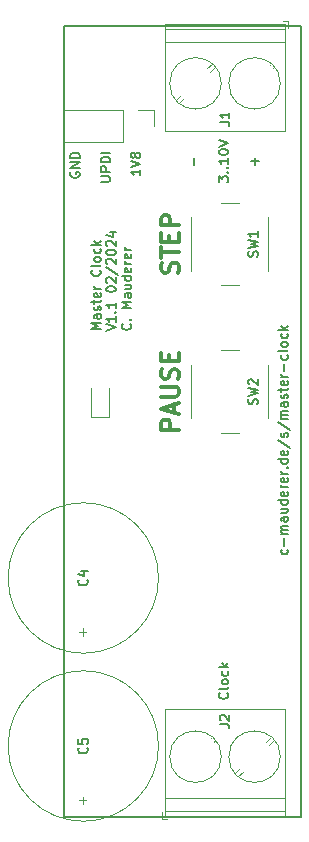
<source format=gbr>
%TF.GenerationSoftware,KiCad,Pcbnew,7.0.10*%
%TF.CreationDate,2024-02-17T17:59:33+01:00*%
%TF.ProjectId,Master_Clock,4d617374-6572-45f4-936c-6f636b2e6b69,1.1*%
%TF.SameCoordinates,Original*%
%TF.FileFunction,Legend,Top*%
%TF.FilePolarity,Positive*%
%FSLAX46Y46*%
G04 Gerber Fmt 4.6, Leading zero omitted, Abs format (unit mm)*
G04 Created by KiCad (PCBNEW 7.0.10) date 2024-02-17 17:59:33*
%MOMM*%
%LPD*%
G01*
G04 APERTURE LIST*
%ADD10C,0.100000*%
%ADD11C,0.150000*%
%ADD12C,0.300000*%
%ADD13C,0.120000*%
%TA.AperFunction,Profile*%
%ADD14C,0.150000*%
%TD*%
G04 APERTURE END LIST*
D10*
X145256265Y-123592133D02*
X145865789Y-123592133D01*
X145561027Y-123896895D02*
X145561027Y-123287371D01*
X145256265Y-109342133D02*
X145865789Y-109342133D01*
X145561027Y-109646895D02*
X145561027Y-109037371D01*
D11*
X162856200Y-102367982D02*
X162894295Y-102444173D01*
X162894295Y-102444173D02*
X162894295Y-102596554D01*
X162894295Y-102596554D02*
X162856200Y-102672744D01*
X162856200Y-102672744D02*
X162818104Y-102710839D01*
X162818104Y-102710839D02*
X162741914Y-102748935D01*
X162741914Y-102748935D02*
X162513342Y-102748935D01*
X162513342Y-102748935D02*
X162437152Y-102710839D01*
X162437152Y-102710839D02*
X162399057Y-102672744D01*
X162399057Y-102672744D02*
X162360961Y-102596554D01*
X162360961Y-102596554D02*
X162360961Y-102444173D01*
X162360961Y-102444173D02*
X162399057Y-102367982D01*
X162589533Y-102025125D02*
X162589533Y-101415602D01*
X162894295Y-101034649D02*
X162360961Y-101034649D01*
X162437152Y-101034649D02*
X162399057Y-100996554D01*
X162399057Y-100996554D02*
X162360961Y-100920364D01*
X162360961Y-100920364D02*
X162360961Y-100806078D01*
X162360961Y-100806078D02*
X162399057Y-100729887D01*
X162399057Y-100729887D02*
X162475247Y-100691792D01*
X162475247Y-100691792D02*
X162894295Y-100691792D01*
X162475247Y-100691792D02*
X162399057Y-100653697D01*
X162399057Y-100653697D02*
X162360961Y-100577506D01*
X162360961Y-100577506D02*
X162360961Y-100463221D01*
X162360961Y-100463221D02*
X162399057Y-100387030D01*
X162399057Y-100387030D02*
X162475247Y-100348935D01*
X162475247Y-100348935D02*
X162894295Y-100348935D01*
X162894295Y-99625125D02*
X162475247Y-99625125D01*
X162475247Y-99625125D02*
X162399057Y-99663220D01*
X162399057Y-99663220D02*
X162360961Y-99739411D01*
X162360961Y-99739411D02*
X162360961Y-99891792D01*
X162360961Y-99891792D02*
X162399057Y-99967982D01*
X162856200Y-99625125D02*
X162894295Y-99701316D01*
X162894295Y-99701316D02*
X162894295Y-99891792D01*
X162894295Y-99891792D02*
X162856200Y-99967982D01*
X162856200Y-99967982D02*
X162780009Y-100006078D01*
X162780009Y-100006078D02*
X162703819Y-100006078D01*
X162703819Y-100006078D02*
X162627628Y-99967982D01*
X162627628Y-99967982D02*
X162589533Y-99891792D01*
X162589533Y-99891792D02*
X162589533Y-99701316D01*
X162589533Y-99701316D02*
X162551438Y-99625125D01*
X162360961Y-98901315D02*
X162894295Y-98901315D01*
X162360961Y-99244172D02*
X162780009Y-99244172D01*
X162780009Y-99244172D02*
X162856200Y-99206077D01*
X162856200Y-99206077D02*
X162894295Y-99129887D01*
X162894295Y-99129887D02*
X162894295Y-99015601D01*
X162894295Y-99015601D02*
X162856200Y-98939410D01*
X162856200Y-98939410D02*
X162818104Y-98901315D01*
X162894295Y-98177505D02*
X162094295Y-98177505D01*
X162856200Y-98177505D02*
X162894295Y-98253696D01*
X162894295Y-98253696D02*
X162894295Y-98406077D01*
X162894295Y-98406077D02*
X162856200Y-98482267D01*
X162856200Y-98482267D02*
X162818104Y-98520362D01*
X162818104Y-98520362D02*
X162741914Y-98558458D01*
X162741914Y-98558458D02*
X162513342Y-98558458D01*
X162513342Y-98558458D02*
X162437152Y-98520362D01*
X162437152Y-98520362D02*
X162399057Y-98482267D01*
X162399057Y-98482267D02*
X162360961Y-98406077D01*
X162360961Y-98406077D02*
X162360961Y-98253696D01*
X162360961Y-98253696D02*
X162399057Y-98177505D01*
X162856200Y-97491790D02*
X162894295Y-97567981D01*
X162894295Y-97567981D02*
X162894295Y-97720362D01*
X162894295Y-97720362D02*
X162856200Y-97796552D01*
X162856200Y-97796552D02*
X162780009Y-97834648D01*
X162780009Y-97834648D02*
X162475247Y-97834648D01*
X162475247Y-97834648D02*
X162399057Y-97796552D01*
X162399057Y-97796552D02*
X162360961Y-97720362D01*
X162360961Y-97720362D02*
X162360961Y-97567981D01*
X162360961Y-97567981D02*
X162399057Y-97491790D01*
X162399057Y-97491790D02*
X162475247Y-97453695D01*
X162475247Y-97453695D02*
X162551438Y-97453695D01*
X162551438Y-97453695D02*
X162627628Y-97834648D01*
X162894295Y-97110838D02*
X162360961Y-97110838D01*
X162513342Y-97110838D02*
X162437152Y-97072743D01*
X162437152Y-97072743D02*
X162399057Y-97034648D01*
X162399057Y-97034648D02*
X162360961Y-96958457D01*
X162360961Y-96958457D02*
X162360961Y-96882267D01*
X162856200Y-96310838D02*
X162894295Y-96387029D01*
X162894295Y-96387029D02*
X162894295Y-96539410D01*
X162894295Y-96539410D02*
X162856200Y-96615600D01*
X162856200Y-96615600D02*
X162780009Y-96653696D01*
X162780009Y-96653696D02*
X162475247Y-96653696D01*
X162475247Y-96653696D02*
X162399057Y-96615600D01*
X162399057Y-96615600D02*
X162360961Y-96539410D01*
X162360961Y-96539410D02*
X162360961Y-96387029D01*
X162360961Y-96387029D02*
X162399057Y-96310838D01*
X162399057Y-96310838D02*
X162475247Y-96272743D01*
X162475247Y-96272743D02*
X162551438Y-96272743D01*
X162551438Y-96272743D02*
X162627628Y-96653696D01*
X162894295Y-95929886D02*
X162360961Y-95929886D01*
X162513342Y-95929886D02*
X162437152Y-95891791D01*
X162437152Y-95891791D02*
X162399057Y-95853696D01*
X162399057Y-95853696D02*
X162360961Y-95777505D01*
X162360961Y-95777505D02*
X162360961Y-95701315D01*
X162818104Y-95434648D02*
X162856200Y-95396553D01*
X162856200Y-95396553D02*
X162894295Y-95434648D01*
X162894295Y-95434648D02*
X162856200Y-95472744D01*
X162856200Y-95472744D02*
X162818104Y-95434648D01*
X162818104Y-95434648D02*
X162894295Y-95434648D01*
X162894295Y-94710839D02*
X162094295Y-94710839D01*
X162856200Y-94710839D02*
X162894295Y-94787030D01*
X162894295Y-94787030D02*
X162894295Y-94939411D01*
X162894295Y-94939411D02*
X162856200Y-95015601D01*
X162856200Y-95015601D02*
X162818104Y-95053696D01*
X162818104Y-95053696D02*
X162741914Y-95091792D01*
X162741914Y-95091792D02*
X162513342Y-95091792D01*
X162513342Y-95091792D02*
X162437152Y-95053696D01*
X162437152Y-95053696D02*
X162399057Y-95015601D01*
X162399057Y-95015601D02*
X162360961Y-94939411D01*
X162360961Y-94939411D02*
X162360961Y-94787030D01*
X162360961Y-94787030D02*
X162399057Y-94710839D01*
X162856200Y-94025124D02*
X162894295Y-94101315D01*
X162894295Y-94101315D02*
X162894295Y-94253696D01*
X162894295Y-94253696D02*
X162856200Y-94329886D01*
X162856200Y-94329886D02*
X162780009Y-94367982D01*
X162780009Y-94367982D02*
X162475247Y-94367982D01*
X162475247Y-94367982D02*
X162399057Y-94329886D01*
X162399057Y-94329886D02*
X162360961Y-94253696D01*
X162360961Y-94253696D02*
X162360961Y-94101315D01*
X162360961Y-94101315D02*
X162399057Y-94025124D01*
X162399057Y-94025124D02*
X162475247Y-93987029D01*
X162475247Y-93987029D02*
X162551438Y-93987029D01*
X162551438Y-93987029D02*
X162627628Y-94367982D01*
X162056200Y-93072744D02*
X163084771Y-93758458D01*
X162856200Y-92844173D02*
X162894295Y-92767982D01*
X162894295Y-92767982D02*
X162894295Y-92615601D01*
X162894295Y-92615601D02*
X162856200Y-92539411D01*
X162856200Y-92539411D02*
X162780009Y-92501315D01*
X162780009Y-92501315D02*
X162741914Y-92501315D01*
X162741914Y-92501315D02*
X162665723Y-92539411D01*
X162665723Y-92539411D02*
X162627628Y-92615601D01*
X162627628Y-92615601D02*
X162627628Y-92729887D01*
X162627628Y-92729887D02*
X162589533Y-92806077D01*
X162589533Y-92806077D02*
X162513342Y-92844173D01*
X162513342Y-92844173D02*
X162475247Y-92844173D01*
X162475247Y-92844173D02*
X162399057Y-92806077D01*
X162399057Y-92806077D02*
X162360961Y-92729887D01*
X162360961Y-92729887D02*
X162360961Y-92615601D01*
X162360961Y-92615601D02*
X162399057Y-92539411D01*
X162056200Y-91587030D02*
X163084771Y-92272744D01*
X162894295Y-91320363D02*
X162360961Y-91320363D01*
X162437152Y-91320363D02*
X162399057Y-91282268D01*
X162399057Y-91282268D02*
X162360961Y-91206078D01*
X162360961Y-91206078D02*
X162360961Y-91091792D01*
X162360961Y-91091792D02*
X162399057Y-91015601D01*
X162399057Y-91015601D02*
X162475247Y-90977506D01*
X162475247Y-90977506D02*
X162894295Y-90977506D01*
X162475247Y-90977506D02*
X162399057Y-90939411D01*
X162399057Y-90939411D02*
X162360961Y-90863220D01*
X162360961Y-90863220D02*
X162360961Y-90748935D01*
X162360961Y-90748935D02*
X162399057Y-90672744D01*
X162399057Y-90672744D02*
X162475247Y-90634649D01*
X162475247Y-90634649D02*
X162894295Y-90634649D01*
X162894295Y-89910839D02*
X162475247Y-89910839D01*
X162475247Y-89910839D02*
X162399057Y-89948934D01*
X162399057Y-89948934D02*
X162360961Y-90025125D01*
X162360961Y-90025125D02*
X162360961Y-90177506D01*
X162360961Y-90177506D02*
X162399057Y-90253696D01*
X162856200Y-89910839D02*
X162894295Y-89987030D01*
X162894295Y-89987030D02*
X162894295Y-90177506D01*
X162894295Y-90177506D02*
X162856200Y-90253696D01*
X162856200Y-90253696D02*
X162780009Y-90291792D01*
X162780009Y-90291792D02*
X162703819Y-90291792D01*
X162703819Y-90291792D02*
X162627628Y-90253696D01*
X162627628Y-90253696D02*
X162589533Y-90177506D01*
X162589533Y-90177506D02*
X162589533Y-89987030D01*
X162589533Y-89987030D02*
X162551438Y-89910839D01*
X162856200Y-89567982D02*
X162894295Y-89491791D01*
X162894295Y-89491791D02*
X162894295Y-89339410D01*
X162894295Y-89339410D02*
X162856200Y-89263220D01*
X162856200Y-89263220D02*
X162780009Y-89225124D01*
X162780009Y-89225124D02*
X162741914Y-89225124D01*
X162741914Y-89225124D02*
X162665723Y-89263220D01*
X162665723Y-89263220D02*
X162627628Y-89339410D01*
X162627628Y-89339410D02*
X162627628Y-89453696D01*
X162627628Y-89453696D02*
X162589533Y-89529886D01*
X162589533Y-89529886D02*
X162513342Y-89567982D01*
X162513342Y-89567982D02*
X162475247Y-89567982D01*
X162475247Y-89567982D02*
X162399057Y-89529886D01*
X162399057Y-89529886D02*
X162360961Y-89453696D01*
X162360961Y-89453696D02*
X162360961Y-89339410D01*
X162360961Y-89339410D02*
X162399057Y-89263220D01*
X162360961Y-88996553D02*
X162360961Y-88691791D01*
X162094295Y-88882267D02*
X162780009Y-88882267D01*
X162780009Y-88882267D02*
X162856200Y-88844172D01*
X162856200Y-88844172D02*
X162894295Y-88767982D01*
X162894295Y-88767982D02*
X162894295Y-88691791D01*
X162856200Y-88120362D02*
X162894295Y-88196553D01*
X162894295Y-88196553D02*
X162894295Y-88348934D01*
X162894295Y-88348934D02*
X162856200Y-88425124D01*
X162856200Y-88425124D02*
X162780009Y-88463220D01*
X162780009Y-88463220D02*
X162475247Y-88463220D01*
X162475247Y-88463220D02*
X162399057Y-88425124D01*
X162399057Y-88425124D02*
X162360961Y-88348934D01*
X162360961Y-88348934D02*
X162360961Y-88196553D01*
X162360961Y-88196553D02*
X162399057Y-88120362D01*
X162399057Y-88120362D02*
X162475247Y-88082267D01*
X162475247Y-88082267D02*
X162551438Y-88082267D01*
X162551438Y-88082267D02*
X162627628Y-88463220D01*
X162894295Y-87739410D02*
X162360961Y-87739410D01*
X162513342Y-87739410D02*
X162437152Y-87701315D01*
X162437152Y-87701315D02*
X162399057Y-87663220D01*
X162399057Y-87663220D02*
X162360961Y-87587029D01*
X162360961Y-87587029D02*
X162360961Y-87510839D01*
X162589533Y-87244172D02*
X162589533Y-86634649D01*
X162856200Y-85910839D02*
X162894295Y-85987030D01*
X162894295Y-85987030D02*
X162894295Y-86139411D01*
X162894295Y-86139411D02*
X162856200Y-86215601D01*
X162856200Y-86215601D02*
X162818104Y-86253696D01*
X162818104Y-86253696D02*
X162741914Y-86291792D01*
X162741914Y-86291792D02*
X162513342Y-86291792D01*
X162513342Y-86291792D02*
X162437152Y-86253696D01*
X162437152Y-86253696D02*
X162399057Y-86215601D01*
X162399057Y-86215601D02*
X162360961Y-86139411D01*
X162360961Y-86139411D02*
X162360961Y-85987030D01*
X162360961Y-85987030D02*
X162399057Y-85910839D01*
X162894295Y-85453697D02*
X162856200Y-85529887D01*
X162856200Y-85529887D02*
X162780009Y-85567982D01*
X162780009Y-85567982D02*
X162094295Y-85567982D01*
X162894295Y-85034649D02*
X162856200Y-85110839D01*
X162856200Y-85110839D02*
X162818104Y-85148934D01*
X162818104Y-85148934D02*
X162741914Y-85187030D01*
X162741914Y-85187030D02*
X162513342Y-85187030D01*
X162513342Y-85187030D02*
X162437152Y-85148934D01*
X162437152Y-85148934D02*
X162399057Y-85110839D01*
X162399057Y-85110839D02*
X162360961Y-85034649D01*
X162360961Y-85034649D02*
X162360961Y-84920363D01*
X162360961Y-84920363D02*
X162399057Y-84844172D01*
X162399057Y-84844172D02*
X162437152Y-84806077D01*
X162437152Y-84806077D02*
X162513342Y-84767982D01*
X162513342Y-84767982D02*
X162741914Y-84767982D01*
X162741914Y-84767982D02*
X162818104Y-84806077D01*
X162818104Y-84806077D02*
X162856200Y-84844172D01*
X162856200Y-84844172D02*
X162894295Y-84920363D01*
X162894295Y-84920363D02*
X162894295Y-85034649D01*
X162856200Y-84082267D02*
X162894295Y-84158458D01*
X162894295Y-84158458D02*
X162894295Y-84310839D01*
X162894295Y-84310839D02*
X162856200Y-84387029D01*
X162856200Y-84387029D02*
X162818104Y-84425124D01*
X162818104Y-84425124D02*
X162741914Y-84463220D01*
X162741914Y-84463220D02*
X162513342Y-84463220D01*
X162513342Y-84463220D02*
X162437152Y-84425124D01*
X162437152Y-84425124D02*
X162399057Y-84387029D01*
X162399057Y-84387029D02*
X162360961Y-84310839D01*
X162360961Y-84310839D02*
X162360961Y-84158458D01*
X162360961Y-84158458D02*
X162399057Y-84082267D01*
X162894295Y-83739410D02*
X162094295Y-83739410D01*
X162589533Y-83663220D02*
X162894295Y-83434648D01*
X162360961Y-83434648D02*
X162665723Y-83739410D01*
X157786104Y-114490475D02*
X157824200Y-114528571D01*
X157824200Y-114528571D02*
X157862295Y-114642856D01*
X157862295Y-114642856D02*
X157862295Y-114719047D01*
X157862295Y-114719047D02*
X157824200Y-114833333D01*
X157824200Y-114833333D02*
X157748009Y-114909523D01*
X157748009Y-114909523D02*
X157671819Y-114947618D01*
X157671819Y-114947618D02*
X157519438Y-114985714D01*
X157519438Y-114985714D02*
X157405152Y-114985714D01*
X157405152Y-114985714D02*
X157252771Y-114947618D01*
X157252771Y-114947618D02*
X157176580Y-114909523D01*
X157176580Y-114909523D02*
X157100390Y-114833333D01*
X157100390Y-114833333D02*
X157062295Y-114719047D01*
X157062295Y-114719047D02*
X157062295Y-114642856D01*
X157062295Y-114642856D02*
X157100390Y-114528571D01*
X157100390Y-114528571D02*
X157138485Y-114490475D01*
X157862295Y-114033333D02*
X157824200Y-114109523D01*
X157824200Y-114109523D02*
X157748009Y-114147618D01*
X157748009Y-114147618D02*
X157062295Y-114147618D01*
X157862295Y-113614285D02*
X157824200Y-113690475D01*
X157824200Y-113690475D02*
X157786104Y-113728570D01*
X157786104Y-113728570D02*
X157709914Y-113766666D01*
X157709914Y-113766666D02*
X157481342Y-113766666D01*
X157481342Y-113766666D02*
X157405152Y-113728570D01*
X157405152Y-113728570D02*
X157367057Y-113690475D01*
X157367057Y-113690475D02*
X157328961Y-113614285D01*
X157328961Y-113614285D02*
X157328961Y-113499999D01*
X157328961Y-113499999D02*
X157367057Y-113423808D01*
X157367057Y-113423808D02*
X157405152Y-113385713D01*
X157405152Y-113385713D02*
X157481342Y-113347618D01*
X157481342Y-113347618D02*
X157709914Y-113347618D01*
X157709914Y-113347618D02*
X157786104Y-113385713D01*
X157786104Y-113385713D02*
X157824200Y-113423808D01*
X157824200Y-113423808D02*
X157862295Y-113499999D01*
X157862295Y-113499999D02*
X157862295Y-113614285D01*
X157824200Y-112661903D02*
X157862295Y-112738094D01*
X157862295Y-112738094D02*
X157862295Y-112890475D01*
X157862295Y-112890475D02*
X157824200Y-112966665D01*
X157824200Y-112966665D02*
X157786104Y-113004760D01*
X157786104Y-113004760D02*
X157709914Y-113042856D01*
X157709914Y-113042856D02*
X157481342Y-113042856D01*
X157481342Y-113042856D02*
X157405152Y-113004760D01*
X157405152Y-113004760D02*
X157367057Y-112966665D01*
X157367057Y-112966665D02*
X157328961Y-112890475D01*
X157328961Y-112890475D02*
X157328961Y-112738094D01*
X157328961Y-112738094D02*
X157367057Y-112661903D01*
X157862295Y-112319046D02*
X157062295Y-112319046D01*
X157557533Y-112242856D02*
X157862295Y-112014284D01*
X157328961Y-112014284D02*
X157633723Y-112319046D01*
D12*
X153678328Y-92214285D02*
X152178328Y-92214285D01*
X152178328Y-92214285D02*
X152178328Y-91642856D01*
X152178328Y-91642856D02*
X152249757Y-91499999D01*
X152249757Y-91499999D02*
X152321185Y-91428570D01*
X152321185Y-91428570D02*
X152464042Y-91357142D01*
X152464042Y-91357142D02*
X152678328Y-91357142D01*
X152678328Y-91357142D02*
X152821185Y-91428570D01*
X152821185Y-91428570D02*
X152892614Y-91499999D01*
X152892614Y-91499999D02*
X152964042Y-91642856D01*
X152964042Y-91642856D02*
X152964042Y-92214285D01*
X153249757Y-90785713D02*
X153249757Y-90071428D01*
X153678328Y-90928570D02*
X152178328Y-90428570D01*
X152178328Y-90428570D02*
X153678328Y-89928570D01*
X152178328Y-89428571D02*
X153392614Y-89428571D01*
X153392614Y-89428571D02*
X153535471Y-89357142D01*
X153535471Y-89357142D02*
X153606900Y-89285714D01*
X153606900Y-89285714D02*
X153678328Y-89142856D01*
X153678328Y-89142856D02*
X153678328Y-88857142D01*
X153678328Y-88857142D02*
X153606900Y-88714285D01*
X153606900Y-88714285D02*
X153535471Y-88642856D01*
X153535471Y-88642856D02*
X153392614Y-88571428D01*
X153392614Y-88571428D02*
X152178328Y-88571428D01*
X153606900Y-87928570D02*
X153678328Y-87714285D01*
X153678328Y-87714285D02*
X153678328Y-87357142D01*
X153678328Y-87357142D02*
X153606900Y-87214285D01*
X153606900Y-87214285D02*
X153535471Y-87142856D01*
X153535471Y-87142856D02*
X153392614Y-87071427D01*
X153392614Y-87071427D02*
X153249757Y-87071427D01*
X153249757Y-87071427D02*
X153106900Y-87142856D01*
X153106900Y-87142856D02*
X153035471Y-87214285D01*
X153035471Y-87214285D02*
X152964042Y-87357142D01*
X152964042Y-87357142D02*
X152892614Y-87642856D01*
X152892614Y-87642856D02*
X152821185Y-87785713D01*
X152821185Y-87785713D02*
X152749757Y-87857142D01*
X152749757Y-87857142D02*
X152606900Y-87928570D01*
X152606900Y-87928570D02*
X152464042Y-87928570D01*
X152464042Y-87928570D02*
X152321185Y-87857142D01*
X152321185Y-87857142D02*
X152249757Y-87785713D01*
X152249757Y-87785713D02*
X152178328Y-87642856D01*
X152178328Y-87642856D02*
X152178328Y-87285713D01*
X152178328Y-87285713D02*
X152249757Y-87071427D01*
X152892614Y-86428571D02*
X152892614Y-85928571D01*
X153678328Y-85714285D02*
X153678328Y-86428571D01*
X153678328Y-86428571D02*
X152178328Y-86428571D01*
X152178328Y-86428571D02*
X152178328Y-85714285D01*
D11*
X147074295Y-83710839D02*
X146274295Y-83710839D01*
X146274295Y-83710839D02*
X146845723Y-83444173D01*
X146845723Y-83444173D02*
X146274295Y-83177506D01*
X146274295Y-83177506D02*
X147074295Y-83177506D01*
X147074295Y-82453696D02*
X146655247Y-82453696D01*
X146655247Y-82453696D02*
X146579057Y-82491791D01*
X146579057Y-82491791D02*
X146540961Y-82567982D01*
X146540961Y-82567982D02*
X146540961Y-82720363D01*
X146540961Y-82720363D02*
X146579057Y-82796553D01*
X147036200Y-82453696D02*
X147074295Y-82529887D01*
X147074295Y-82529887D02*
X147074295Y-82720363D01*
X147074295Y-82720363D02*
X147036200Y-82796553D01*
X147036200Y-82796553D02*
X146960009Y-82834649D01*
X146960009Y-82834649D02*
X146883819Y-82834649D01*
X146883819Y-82834649D02*
X146807628Y-82796553D01*
X146807628Y-82796553D02*
X146769533Y-82720363D01*
X146769533Y-82720363D02*
X146769533Y-82529887D01*
X146769533Y-82529887D02*
X146731438Y-82453696D01*
X147036200Y-82110839D02*
X147074295Y-82034648D01*
X147074295Y-82034648D02*
X147074295Y-81882267D01*
X147074295Y-81882267D02*
X147036200Y-81806077D01*
X147036200Y-81806077D02*
X146960009Y-81767981D01*
X146960009Y-81767981D02*
X146921914Y-81767981D01*
X146921914Y-81767981D02*
X146845723Y-81806077D01*
X146845723Y-81806077D02*
X146807628Y-81882267D01*
X146807628Y-81882267D02*
X146807628Y-81996553D01*
X146807628Y-81996553D02*
X146769533Y-82072743D01*
X146769533Y-82072743D02*
X146693342Y-82110839D01*
X146693342Y-82110839D02*
X146655247Y-82110839D01*
X146655247Y-82110839D02*
X146579057Y-82072743D01*
X146579057Y-82072743D02*
X146540961Y-81996553D01*
X146540961Y-81996553D02*
X146540961Y-81882267D01*
X146540961Y-81882267D02*
X146579057Y-81806077D01*
X146540961Y-81539410D02*
X146540961Y-81234648D01*
X146274295Y-81425124D02*
X146960009Y-81425124D01*
X146960009Y-81425124D02*
X147036200Y-81387029D01*
X147036200Y-81387029D02*
X147074295Y-81310839D01*
X147074295Y-81310839D02*
X147074295Y-81234648D01*
X147036200Y-80663219D02*
X147074295Y-80739410D01*
X147074295Y-80739410D02*
X147074295Y-80891791D01*
X147074295Y-80891791D02*
X147036200Y-80967981D01*
X147036200Y-80967981D02*
X146960009Y-81006077D01*
X146960009Y-81006077D02*
X146655247Y-81006077D01*
X146655247Y-81006077D02*
X146579057Y-80967981D01*
X146579057Y-80967981D02*
X146540961Y-80891791D01*
X146540961Y-80891791D02*
X146540961Y-80739410D01*
X146540961Y-80739410D02*
X146579057Y-80663219D01*
X146579057Y-80663219D02*
X146655247Y-80625124D01*
X146655247Y-80625124D02*
X146731438Y-80625124D01*
X146731438Y-80625124D02*
X146807628Y-81006077D01*
X147074295Y-80282267D02*
X146540961Y-80282267D01*
X146693342Y-80282267D02*
X146617152Y-80244172D01*
X146617152Y-80244172D02*
X146579057Y-80206077D01*
X146579057Y-80206077D02*
X146540961Y-80129886D01*
X146540961Y-80129886D02*
X146540961Y-80053696D01*
X146998104Y-78720362D02*
X147036200Y-78758458D01*
X147036200Y-78758458D02*
X147074295Y-78872743D01*
X147074295Y-78872743D02*
X147074295Y-78948934D01*
X147074295Y-78948934D02*
X147036200Y-79063220D01*
X147036200Y-79063220D02*
X146960009Y-79139410D01*
X146960009Y-79139410D02*
X146883819Y-79177505D01*
X146883819Y-79177505D02*
X146731438Y-79215601D01*
X146731438Y-79215601D02*
X146617152Y-79215601D01*
X146617152Y-79215601D02*
X146464771Y-79177505D01*
X146464771Y-79177505D02*
X146388580Y-79139410D01*
X146388580Y-79139410D02*
X146312390Y-79063220D01*
X146312390Y-79063220D02*
X146274295Y-78948934D01*
X146274295Y-78948934D02*
X146274295Y-78872743D01*
X146274295Y-78872743D02*
X146312390Y-78758458D01*
X146312390Y-78758458D02*
X146350485Y-78720362D01*
X147074295Y-78263220D02*
X147036200Y-78339410D01*
X147036200Y-78339410D02*
X146960009Y-78377505D01*
X146960009Y-78377505D02*
X146274295Y-78377505D01*
X147074295Y-77844172D02*
X147036200Y-77920362D01*
X147036200Y-77920362D02*
X146998104Y-77958457D01*
X146998104Y-77958457D02*
X146921914Y-77996553D01*
X146921914Y-77996553D02*
X146693342Y-77996553D01*
X146693342Y-77996553D02*
X146617152Y-77958457D01*
X146617152Y-77958457D02*
X146579057Y-77920362D01*
X146579057Y-77920362D02*
X146540961Y-77844172D01*
X146540961Y-77844172D02*
X146540961Y-77729886D01*
X146540961Y-77729886D02*
X146579057Y-77653695D01*
X146579057Y-77653695D02*
X146617152Y-77615600D01*
X146617152Y-77615600D02*
X146693342Y-77577505D01*
X146693342Y-77577505D02*
X146921914Y-77577505D01*
X146921914Y-77577505D02*
X146998104Y-77615600D01*
X146998104Y-77615600D02*
X147036200Y-77653695D01*
X147036200Y-77653695D02*
X147074295Y-77729886D01*
X147074295Y-77729886D02*
X147074295Y-77844172D01*
X147036200Y-76891790D02*
X147074295Y-76967981D01*
X147074295Y-76967981D02*
X147074295Y-77120362D01*
X147074295Y-77120362D02*
X147036200Y-77196552D01*
X147036200Y-77196552D02*
X146998104Y-77234647D01*
X146998104Y-77234647D02*
X146921914Y-77272743D01*
X146921914Y-77272743D02*
X146693342Y-77272743D01*
X146693342Y-77272743D02*
X146617152Y-77234647D01*
X146617152Y-77234647D02*
X146579057Y-77196552D01*
X146579057Y-77196552D02*
X146540961Y-77120362D01*
X146540961Y-77120362D02*
X146540961Y-76967981D01*
X146540961Y-76967981D02*
X146579057Y-76891790D01*
X147074295Y-76548933D02*
X146274295Y-76548933D01*
X146769533Y-76472743D02*
X147074295Y-76244171D01*
X146540961Y-76244171D02*
X146845723Y-76548933D01*
X147562295Y-83825125D02*
X148362295Y-83558458D01*
X148362295Y-83558458D02*
X147562295Y-83291792D01*
X148362295Y-82606078D02*
X148362295Y-83063221D01*
X148362295Y-82834649D02*
X147562295Y-82834649D01*
X147562295Y-82834649D02*
X147676580Y-82910840D01*
X147676580Y-82910840D02*
X147752771Y-82987030D01*
X147752771Y-82987030D02*
X147790866Y-83063221D01*
X148286104Y-82263220D02*
X148324200Y-82225125D01*
X148324200Y-82225125D02*
X148362295Y-82263220D01*
X148362295Y-82263220D02*
X148324200Y-82301316D01*
X148324200Y-82301316D02*
X148286104Y-82263220D01*
X148286104Y-82263220D02*
X148362295Y-82263220D01*
X148362295Y-81463221D02*
X148362295Y-81920364D01*
X148362295Y-81691792D02*
X147562295Y-81691792D01*
X147562295Y-81691792D02*
X147676580Y-81767983D01*
X147676580Y-81767983D02*
X147752771Y-81844173D01*
X147752771Y-81844173D02*
X147790866Y-81920364D01*
X147562295Y-80358458D02*
X147562295Y-80282268D01*
X147562295Y-80282268D02*
X147600390Y-80206077D01*
X147600390Y-80206077D02*
X147638485Y-80167982D01*
X147638485Y-80167982D02*
X147714676Y-80129887D01*
X147714676Y-80129887D02*
X147867057Y-80091792D01*
X147867057Y-80091792D02*
X148057533Y-80091792D01*
X148057533Y-80091792D02*
X148209914Y-80129887D01*
X148209914Y-80129887D02*
X148286104Y-80167982D01*
X148286104Y-80167982D02*
X148324200Y-80206077D01*
X148324200Y-80206077D02*
X148362295Y-80282268D01*
X148362295Y-80282268D02*
X148362295Y-80358458D01*
X148362295Y-80358458D02*
X148324200Y-80434649D01*
X148324200Y-80434649D02*
X148286104Y-80472744D01*
X148286104Y-80472744D02*
X148209914Y-80510839D01*
X148209914Y-80510839D02*
X148057533Y-80548935D01*
X148057533Y-80548935D02*
X147867057Y-80548935D01*
X147867057Y-80548935D02*
X147714676Y-80510839D01*
X147714676Y-80510839D02*
X147638485Y-80472744D01*
X147638485Y-80472744D02*
X147600390Y-80434649D01*
X147600390Y-80434649D02*
X147562295Y-80358458D01*
X147638485Y-79787030D02*
X147600390Y-79748934D01*
X147600390Y-79748934D02*
X147562295Y-79672744D01*
X147562295Y-79672744D02*
X147562295Y-79482268D01*
X147562295Y-79482268D02*
X147600390Y-79406077D01*
X147600390Y-79406077D02*
X147638485Y-79367982D01*
X147638485Y-79367982D02*
X147714676Y-79329887D01*
X147714676Y-79329887D02*
X147790866Y-79329887D01*
X147790866Y-79329887D02*
X147905152Y-79367982D01*
X147905152Y-79367982D02*
X148362295Y-79825125D01*
X148362295Y-79825125D02*
X148362295Y-79329887D01*
X147524200Y-78415601D02*
X148552771Y-79101315D01*
X147638485Y-78187030D02*
X147600390Y-78148934D01*
X147600390Y-78148934D02*
X147562295Y-78072744D01*
X147562295Y-78072744D02*
X147562295Y-77882268D01*
X147562295Y-77882268D02*
X147600390Y-77806077D01*
X147600390Y-77806077D02*
X147638485Y-77767982D01*
X147638485Y-77767982D02*
X147714676Y-77729887D01*
X147714676Y-77729887D02*
X147790866Y-77729887D01*
X147790866Y-77729887D02*
X147905152Y-77767982D01*
X147905152Y-77767982D02*
X148362295Y-78225125D01*
X148362295Y-78225125D02*
X148362295Y-77729887D01*
X147562295Y-77234648D02*
X147562295Y-77158458D01*
X147562295Y-77158458D02*
X147600390Y-77082267D01*
X147600390Y-77082267D02*
X147638485Y-77044172D01*
X147638485Y-77044172D02*
X147714676Y-77006077D01*
X147714676Y-77006077D02*
X147867057Y-76967982D01*
X147867057Y-76967982D02*
X148057533Y-76967982D01*
X148057533Y-76967982D02*
X148209914Y-77006077D01*
X148209914Y-77006077D02*
X148286104Y-77044172D01*
X148286104Y-77044172D02*
X148324200Y-77082267D01*
X148324200Y-77082267D02*
X148362295Y-77158458D01*
X148362295Y-77158458D02*
X148362295Y-77234648D01*
X148362295Y-77234648D02*
X148324200Y-77310839D01*
X148324200Y-77310839D02*
X148286104Y-77348934D01*
X148286104Y-77348934D02*
X148209914Y-77387029D01*
X148209914Y-77387029D02*
X148057533Y-77425125D01*
X148057533Y-77425125D02*
X147867057Y-77425125D01*
X147867057Y-77425125D02*
X147714676Y-77387029D01*
X147714676Y-77387029D02*
X147638485Y-77348934D01*
X147638485Y-77348934D02*
X147600390Y-77310839D01*
X147600390Y-77310839D02*
X147562295Y-77234648D01*
X147638485Y-76663220D02*
X147600390Y-76625124D01*
X147600390Y-76625124D02*
X147562295Y-76548934D01*
X147562295Y-76548934D02*
X147562295Y-76358458D01*
X147562295Y-76358458D02*
X147600390Y-76282267D01*
X147600390Y-76282267D02*
X147638485Y-76244172D01*
X147638485Y-76244172D02*
X147714676Y-76206077D01*
X147714676Y-76206077D02*
X147790866Y-76206077D01*
X147790866Y-76206077D02*
X147905152Y-76244172D01*
X147905152Y-76244172D02*
X148362295Y-76701315D01*
X148362295Y-76701315D02*
X148362295Y-76206077D01*
X147828961Y-75520362D02*
X148362295Y-75520362D01*
X147524200Y-75710838D02*
X148095628Y-75901315D01*
X148095628Y-75901315D02*
X148095628Y-75406076D01*
X149574104Y-83253696D02*
X149612200Y-83291792D01*
X149612200Y-83291792D02*
X149650295Y-83406077D01*
X149650295Y-83406077D02*
X149650295Y-83482268D01*
X149650295Y-83482268D02*
X149612200Y-83596554D01*
X149612200Y-83596554D02*
X149536009Y-83672744D01*
X149536009Y-83672744D02*
X149459819Y-83710839D01*
X149459819Y-83710839D02*
X149307438Y-83748935D01*
X149307438Y-83748935D02*
X149193152Y-83748935D01*
X149193152Y-83748935D02*
X149040771Y-83710839D01*
X149040771Y-83710839D02*
X148964580Y-83672744D01*
X148964580Y-83672744D02*
X148888390Y-83596554D01*
X148888390Y-83596554D02*
X148850295Y-83482268D01*
X148850295Y-83482268D02*
X148850295Y-83406077D01*
X148850295Y-83406077D02*
X148888390Y-83291792D01*
X148888390Y-83291792D02*
X148926485Y-83253696D01*
X149574104Y-82910839D02*
X149612200Y-82872744D01*
X149612200Y-82872744D02*
X149650295Y-82910839D01*
X149650295Y-82910839D02*
X149612200Y-82948935D01*
X149612200Y-82948935D02*
X149574104Y-82910839D01*
X149574104Y-82910839D02*
X149650295Y-82910839D01*
X149650295Y-81920363D02*
X148850295Y-81920363D01*
X148850295Y-81920363D02*
X149421723Y-81653697D01*
X149421723Y-81653697D02*
X148850295Y-81387030D01*
X148850295Y-81387030D02*
X149650295Y-81387030D01*
X149650295Y-80663220D02*
X149231247Y-80663220D01*
X149231247Y-80663220D02*
X149155057Y-80701315D01*
X149155057Y-80701315D02*
X149116961Y-80777506D01*
X149116961Y-80777506D02*
X149116961Y-80929887D01*
X149116961Y-80929887D02*
X149155057Y-81006077D01*
X149612200Y-80663220D02*
X149650295Y-80739411D01*
X149650295Y-80739411D02*
X149650295Y-80929887D01*
X149650295Y-80929887D02*
X149612200Y-81006077D01*
X149612200Y-81006077D02*
X149536009Y-81044173D01*
X149536009Y-81044173D02*
X149459819Y-81044173D01*
X149459819Y-81044173D02*
X149383628Y-81006077D01*
X149383628Y-81006077D02*
X149345533Y-80929887D01*
X149345533Y-80929887D02*
X149345533Y-80739411D01*
X149345533Y-80739411D02*
X149307438Y-80663220D01*
X149116961Y-79939410D02*
X149650295Y-79939410D01*
X149116961Y-80282267D02*
X149536009Y-80282267D01*
X149536009Y-80282267D02*
X149612200Y-80244172D01*
X149612200Y-80244172D02*
X149650295Y-80167982D01*
X149650295Y-80167982D02*
X149650295Y-80053696D01*
X149650295Y-80053696D02*
X149612200Y-79977505D01*
X149612200Y-79977505D02*
X149574104Y-79939410D01*
X149650295Y-79215600D02*
X148850295Y-79215600D01*
X149612200Y-79215600D02*
X149650295Y-79291791D01*
X149650295Y-79291791D02*
X149650295Y-79444172D01*
X149650295Y-79444172D02*
X149612200Y-79520362D01*
X149612200Y-79520362D02*
X149574104Y-79558457D01*
X149574104Y-79558457D02*
X149497914Y-79596553D01*
X149497914Y-79596553D02*
X149269342Y-79596553D01*
X149269342Y-79596553D02*
X149193152Y-79558457D01*
X149193152Y-79558457D02*
X149155057Y-79520362D01*
X149155057Y-79520362D02*
X149116961Y-79444172D01*
X149116961Y-79444172D02*
X149116961Y-79291791D01*
X149116961Y-79291791D02*
X149155057Y-79215600D01*
X149612200Y-78529885D02*
X149650295Y-78606076D01*
X149650295Y-78606076D02*
X149650295Y-78758457D01*
X149650295Y-78758457D02*
X149612200Y-78834647D01*
X149612200Y-78834647D02*
X149536009Y-78872743D01*
X149536009Y-78872743D02*
X149231247Y-78872743D01*
X149231247Y-78872743D02*
X149155057Y-78834647D01*
X149155057Y-78834647D02*
X149116961Y-78758457D01*
X149116961Y-78758457D02*
X149116961Y-78606076D01*
X149116961Y-78606076D02*
X149155057Y-78529885D01*
X149155057Y-78529885D02*
X149231247Y-78491790D01*
X149231247Y-78491790D02*
X149307438Y-78491790D01*
X149307438Y-78491790D02*
X149383628Y-78872743D01*
X149650295Y-78148933D02*
X149116961Y-78148933D01*
X149269342Y-78148933D02*
X149193152Y-78110838D01*
X149193152Y-78110838D02*
X149155057Y-78072743D01*
X149155057Y-78072743D02*
X149116961Y-77996552D01*
X149116961Y-77996552D02*
X149116961Y-77920362D01*
X149612200Y-77348933D02*
X149650295Y-77425124D01*
X149650295Y-77425124D02*
X149650295Y-77577505D01*
X149650295Y-77577505D02*
X149612200Y-77653695D01*
X149612200Y-77653695D02*
X149536009Y-77691791D01*
X149536009Y-77691791D02*
X149231247Y-77691791D01*
X149231247Y-77691791D02*
X149155057Y-77653695D01*
X149155057Y-77653695D02*
X149116961Y-77577505D01*
X149116961Y-77577505D02*
X149116961Y-77425124D01*
X149116961Y-77425124D02*
X149155057Y-77348933D01*
X149155057Y-77348933D02*
X149231247Y-77310838D01*
X149231247Y-77310838D02*
X149307438Y-77310838D01*
X149307438Y-77310838D02*
X149383628Y-77691791D01*
X149650295Y-76967981D02*
X149116961Y-76967981D01*
X149269342Y-76967981D02*
X149193152Y-76929886D01*
X149193152Y-76929886D02*
X149155057Y-76891791D01*
X149155057Y-76891791D02*
X149116961Y-76815600D01*
X149116961Y-76815600D02*
X149116961Y-76739410D01*
D12*
X153606900Y-78928570D02*
X153678328Y-78714285D01*
X153678328Y-78714285D02*
X153678328Y-78357142D01*
X153678328Y-78357142D02*
X153606900Y-78214285D01*
X153606900Y-78214285D02*
X153535471Y-78142856D01*
X153535471Y-78142856D02*
X153392614Y-78071427D01*
X153392614Y-78071427D02*
X153249757Y-78071427D01*
X153249757Y-78071427D02*
X153106900Y-78142856D01*
X153106900Y-78142856D02*
X153035471Y-78214285D01*
X153035471Y-78214285D02*
X152964042Y-78357142D01*
X152964042Y-78357142D02*
X152892614Y-78642856D01*
X152892614Y-78642856D02*
X152821185Y-78785713D01*
X152821185Y-78785713D02*
X152749757Y-78857142D01*
X152749757Y-78857142D02*
X152606900Y-78928570D01*
X152606900Y-78928570D02*
X152464042Y-78928570D01*
X152464042Y-78928570D02*
X152321185Y-78857142D01*
X152321185Y-78857142D02*
X152249757Y-78785713D01*
X152249757Y-78785713D02*
X152178328Y-78642856D01*
X152178328Y-78642856D02*
X152178328Y-78285713D01*
X152178328Y-78285713D02*
X152249757Y-78071427D01*
X152178328Y-77642856D02*
X152178328Y-76785714D01*
X153678328Y-77214285D02*
X152178328Y-77214285D01*
X152892614Y-76285714D02*
X152892614Y-75785714D01*
X153678328Y-75571428D02*
X153678328Y-76285714D01*
X153678328Y-76285714D02*
X152178328Y-76285714D01*
X152178328Y-76285714D02*
X152178328Y-75571428D01*
X153678328Y-74928571D02*
X152178328Y-74928571D01*
X152178328Y-74928571D02*
X152178328Y-74357142D01*
X152178328Y-74357142D02*
X152249757Y-74214285D01*
X152249757Y-74214285D02*
X152321185Y-74142856D01*
X152321185Y-74142856D02*
X152464042Y-74071428D01*
X152464042Y-74071428D02*
X152678328Y-74071428D01*
X152678328Y-74071428D02*
X152821185Y-74142856D01*
X152821185Y-74142856D02*
X152892614Y-74214285D01*
X152892614Y-74214285D02*
X152964042Y-74357142D01*
X152964042Y-74357142D02*
X152964042Y-74928571D01*
D11*
X154981533Y-69804761D02*
X154981533Y-69195238D01*
X157062295Y-71252380D02*
X157062295Y-70757142D01*
X157062295Y-70757142D02*
X157367057Y-71023808D01*
X157367057Y-71023808D02*
X157367057Y-70909523D01*
X157367057Y-70909523D02*
X157405152Y-70833332D01*
X157405152Y-70833332D02*
X157443247Y-70795237D01*
X157443247Y-70795237D02*
X157519438Y-70757142D01*
X157519438Y-70757142D02*
X157709914Y-70757142D01*
X157709914Y-70757142D02*
X157786104Y-70795237D01*
X157786104Y-70795237D02*
X157824200Y-70833332D01*
X157824200Y-70833332D02*
X157862295Y-70909523D01*
X157862295Y-70909523D02*
X157862295Y-71138094D01*
X157862295Y-71138094D02*
X157824200Y-71214285D01*
X157824200Y-71214285D02*
X157786104Y-71252380D01*
X157786104Y-70414284D02*
X157824200Y-70376189D01*
X157824200Y-70376189D02*
X157862295Y-70414284D01*
X157862295Y-70414284D02*
X157824200Y-70452380D01*
X157824200Y-70452380D02*
X157786104Y-70414284D01*
X157786104Y-70414284D02*
X157862295Y-70414284D01*
X157786104Y-70033332D02*
X157824200Y-69995237D01*
X157824200Y-69995237D02*
X157862295Y-70033332D01*
X157862295Y-70033332D02*
X157824200Y-70071428D01*
X157824200Y-70071428D02*
X157786104Y-70033332D01*
X157786104Y-70033332D02*
X157862295Y-70033332D01*
X157862295Y-69233333D02*
X157862295Y-69690476D01*
X157862295Y-69461904D02*
X157062295Y-69461904D01*
X157062295Y-69461904D02*
X157176580Y-69538095D01*
X157176580Y-69538095D02*
X157252771Y-69614285D01*
X157252771Y-69614285D02*
X157290866Y-69690476D01*
X157062295Y-68738094D02*
X157062295Y-68661904D01*
X157062295Y-68661904D02*
X157100390Y-68585713D01*
X157100390Y-68585713D02*
X157138485Y-68547618D01*
X157138485Y-68547618D02*
X157214676Y-68509523D01*
X157214676Y-68509523D02*
X157367057Y-68471428D01*
X157367057Y-68471428D02*
X157557533Y-68471428D01*
X157557533Y-68471428D02*
X157709914Y-68509523D01*
X157709914Y-68509523D02*
X157786104Y-68547618D01*
X157786104Y-68547618D02*
X157824200Y-68585713D01*
X157824200Y-68585713D02*
X157862295Y-68661904D01*
X157862295Y-68661904D02*
X157862295Y-68738094D01*
X157862295Y-68738094D02*
X157824200Y-68814285D01*
X157824200Y-68814285D02*
X157786104Y-68852380D01*
X157786104Y-68852380D02*
X157709914Y-68890475D01*
X157709914Y-68890475D02*
X157557533Y-68928571D01*
X157557533Y-68928571D02*
X157367057Y-68928571D01*
X157367057Y-68928571D02*
X157214676Y-68890475D01*
X157214676Y-68890475D02*
X157138485Y-68852380D01*
X157138485Y-68852380D02*
X157100390Y-68814285D01*
X157100390Y-68814285D02*
X157062295Y-68738094D01*
X157062295Y-68242856D02*
X157862295Y-67976189D01*
X157862295Y-67976189D02*
X157062295Y-67709523D01*
X160133533Y-69804761D02*
X160133533Y-69195238D01*
X160438295Y-69499999D02*
X159828771Y-69499999D01*
X144524390Y-70427255D02*
X144486295Y-70503445D01*
X144486295Y-70503445D02*
X144486295Y-70617731D01*
X144486295Y-70617731D02*
X144524390Y-70732017D01*
X144524390Y-70732017D02*
X144600580Y-70808207D01*
X144600580Y-70808207D02*
X144676771Y-70846302D01*
X144676771Y-70846302D02*
X144829152Y-70884398D01*
X144829152Y-70884398D02*
X144943438Y-70884398D01*
X144943438Y-70884398D02*
X145095819Y-70846302D01*
X145095819Y-70846302D02*
X145172009Y-70808207D01*
X145172009Y-70808207D02*
X145248200Y-70732017D01*
X145248200Y-70732017D02*
X145286295Y-70617731D01*
X145286295Y-70617731D02*
X145286295Y-70541540D01*
X145286295Y-70541540D02*
X145248200Y-70427255D01*
X145248200Y-70427255D02*
X145210104Y-70389159D01*
X145210104Y-70389159D02*
X144943438Y-70389159D01*
X144943438Y-70389159D02*
X144943438Y-70541540D01*
X145286295Y-70046302D02*
X144486295Y-70046302D01*
X144486295Y-70046302D02*
X145286295Y-69589159D01*
X145286295Y-69589159D02*
X144486295Y-69589159D01*
X145286295Y-69208207D02*
X144486295Y-69208207D01*
X144486295Y-69208207D02*
X144486295Y-69017731D01*
X144486295Y-69017731D02*
X144524390Y-68903445D01*
X144524390Y-68903445D02*
X144600580Y-68827255D01*
X144600580Y-68827255D02*
X144676771Y-68789160D01*
X144676771Y-68789160D02*
X144829152Y-68751064D01*
X144829152Y-68751064D02*
X144943438Y-68751064D01*
X144943438Y-68751064D02*
X145095819Y-68789160D01*
X145095819Y-68789160D02*
X145172009Y-68827255D01*
X145172009Y-68827255D02*
X145248200Y-68903445D01*
X145248200Y-68903445D02*
X145286295Y-69017731D01*
X145286295Y-69017731D02*
X145286295Y-69208207D01*
X147062295Y-71227254D02*
X147709914Y-71227254D01*
X147709914Y-71227254D02*
X147786104Y-71189159D01*
X147786104Y-71189159D02*
X147824200Y-71151064D01*
X147824200Y-71151064D02*
X147862295Y-71074873D01*
X147862295Y-71074873D02*
X147862295Y-70922492D01*
X147862295Y-70922492D02*
X147824200Y-70846302D01*
X147824200Y-70846302D02*
X147786104Y-70808207D01*
X147786104Y-70808207D02*
X147709914Y-70770111D01*
X147709914Y-70770111D02*
X147062295Y-70770111D01*
X147862295Y-70389159D02*
X147062295Y-70389159D01*
X147062295Y-70389159D02*
X147062295Y-70084397D01*
X147062295Y-70084397D02*
X147100390Y-70008207D01*
X147100390Y-70008207D02*
X147138485Y-69970112D01*
X147138485Y-69970112D02*
X147214676Y-69932016D01*
X147214676Y-69932016D02*
X147328961Y-69932016D01*
X147328961Y-69932016D02*
X147405152Y-69970112D01*
X147405152Y-69970112D02*
X147443247Y-70008207D01*
X147443247Y-70008207D02*
X147481342Y-70084397D01*
X147481342Y-70084397D02*
X147481342Y-70389159D01*
X147862295Y-69589159D02*
X147062295Y-69589159D01*
X147062295Y-69589159D02*
X147062295Y-69398683D01*
X147062295Y-69398683D02*
X147100390Y-69284397D01*
X147100390Y-69284397D02*
X147176580Y-69208207D01*
X147176580Y-69208207D02*
X147252771Y-69170112D01*
X147252771Y-69170112D02*
X147405152Y-69132016D01*
X147405152Y-69132016D02*
X147519438Y-69132016D01*
X147519438Y-69132016D02*
X147671819Y-69170112D01*
X147671819Y-69170112D02*
X147748009Y-69208207D01*
X147748009Y-69208207D02*
X147824200Y-69284397D01*
X147824200Y-69284397D02*
X147862295Y-69398683D01*
X147862295Y-69398683D02*
X147862295Y-69589159D01*
X147862295Y-68789159D02*
X147062295Y-68789159D01*
X150438295Y-70198684D02*
X150438295Y-70655827D01*
X150438295Y-70427255D02*
X149638295Y-70427255D01*
X149638295Y-70427255D02*
X149752580Y-70503446D01*
X149752580Y-70503446D02*
X149828771Y-70579636D01*
X149828771Y-70579636D02*
X149866866Y-70655827D01*
X149638295Y-69970112D02*
X150438295Y-69703445D01*
X150438295Y-69703445D02*
X149638295Y-69436779D01*
X149981152Y-69055827D02*
X149943057Y-69132017D01*
X149943057Y-69132017D02*
X149904961Y-69170112D01*
X149904961Y-69170112D02*
X149828771Y-69208208D01*
X149828771Y-69208208D02*
X149790676Y-69208208D01*
X149790676Y-69208208D02*
X149714485Y-69170112D01*
X149714485Y-69170112D02*
X149676390Y-69132017D01*
X149676390Y-69132017D02*
X149638295Y-69055827D01*
X149638295Y-69055827D02*
X149638295Y-68903446D01*
X149638295Y-68903446D02*
X149676390Y-68827255D01*
X149676390Y-68827255D02*
X149714485Y-68789160D01*
X149714485Y-68789160D02*
X149790676Y-68751065D01*
X149790676Y-68751065D02*
X149828771Y-68751065D01*
X149828771Y-68751065D02*
X149904961Y-68789160D01*
X149904961Y-68789160D02*
X149943057Y-68827255D01*
X149943057Y-68827255D02*
X149981152Y-68903446D01*
X149981152Y-68903446D02*
X149981152Y-69055827D01*
X149981152Y-69055827D02*
X150019247Y-69132017D01*
X150019247Y-69132017D02*
X150057342Y-69170112D01*
X150057342Y-69170112D02*
X150133533Y-69208208D01*
X150133533Y-69208208D02*
X150285914Y-69208208D01*
X150285914Y-69208208D02*
X150362104Y-69170112D01*
X150362104Y-69170112D02*
X150400200Y-69132017D01*
X150400200Y-69132017D02*
X150438295Y-69055827D01*
X150438295Y-69055827D02*
X150438295Y-68903446D01*
X150438295Y-68903446D02*
X150400200Y-68827255D01*
X150400200Y-68827255D02*
X150362104Y-68789160D01*
X150362104Y-68789160D02*
X150285914Y-68751065D01*
X150285914Y-68751065D02*
X150133533Y-68751065D01*
X150133533Y-68751065D02*
X150057342Y-68789160D01*
X150057342Y-68789160D02*
X150019247Y-68827255D01*
X150019247Y-68827255D02*
X149981152Y-68903446D01*
X157162295Y-117166666D02*
X157733723Y-117166666D01*
X157733723Y-117166666D02*
X157848009Y-117204761D01*
X157848009Y-117204761D02*
X157924200Y-117280952D01*
X157924200Y-117280952D02*
X157962295Y-117395237D01*
X157962295Y-117395237D02*
X157962295Y-117471428D01*
X157238485Y-116823809D02*
X157200390Y-116785713D01*
X157200390Y-116785713D02*
X157162295Y-116709523D01*
X157162295Y-116709523D02*
X157162295Y-116519047D01*
X157162295Y-116519047D02*
X157200390Y-116442856D01*
X157200390Y-116442856D02*
X157238485Y-116404761D01*
X157238485Y-116404761D02*
X157314676Y-116366666D01*
X157314676Y-116366666D02*
X157390866Y-116366666D01*
X157390866Y-116366666D02*
X157505152Y-116404761D01*
X157505152Y-116404761D02*
X157962295Y-116861904D01*
X157962295Y-116861904D02*
X157962295Y-116366666D01*
X160324200Y-77566667D02*
X160362295Y-77452381D01*
X160362295Y-77452381D02*
X160362295Y-77261905D01*
X160362295Y-77261905D02*
X160324200Y-77185714D01*
X160324200Y-77185714D02*
X160286104Y-77147619D01*
X160286104Y-77147619D02*
X160209914Y-77109524D01*
X160209914Y-77109524D02*
X160133723Y-77109524D01*
X160133723Y-77109524D02*
X160057533Y-77147619D01*
X160057533Y-77147619D02*
X160019438Y-77185714D01*
X160019438Y-77185714D02*
X159981342Y-77261905D01*
X159981342Y-77261905D02*
X159943247Y-77414286D01*
X159943247Y-77414286D02*
X159905152Y-77490476D01*
X159905152Y-77490476D02*
X159867057Y-77528571D01*
X159867057Y-77528571D02*
X159790866Y-77566667D01*
X159790866Y-77566667D02*
X159714676Y-77566667D01*
X159714676Y-77566667D02*
X159638485Y-77528571D01*
X159638485Y-77528571D02*
X159600390Y-77490476D01*
X159600390Y-77490476D02*
X159562295Y-77414286D01*
X159562295Y-77414286D02*
X159562295Y-77223809D01*
X159562295Y-77223809D02*
X159600390Y-77109524D01*
X159562295Y-76842857D02*
X160362295Y-76652381D01*
X160362295Y-76652381D02*
X159790866Y-76500000D01*
X159790866Y-76500000D02*
X160362295Y-76347619D01*
X160362295Y-76347619D02*
X159562295Y-76157143D01*
X160362295Y-75433333D02*
X160362295Y-75890476D01*
X160362295Y-75661904D02*
X159562295Y-75661904D01*
X159562295Y-75661904D02*
X159676580Y-75738095D01*
X159676580Y-75738095D02*
X159752771Y-75814285D01*
X159752771Y-75814285D02*
X159790866Y-75890476D01*
X145886104Y-119133332D02*
X145924200Y-119171428D01*
X145924200Y-119171428D02*
X145962295Y-119285713D01*
X145962295Y-119285713D02*
X145962295Y-119361904D01*
X145962295Y-119361904D02*
X145924200Y-119476190D01*
X145924200Y-119476190D02*
X145848009Y-119552380D01*
X145848009Y-119552380D02*
X145771819Y-119590475D01*
X145771819Y-119590475D02*
X145619438Y-119628571D01*
X145619438Y-119628571D02*
X145505152Y-119628571D01*
X145505152Y-119628571D02*
X145352771Y-119590475D01*
X145352771Y-119590475D02*
X145276580Y-119552380D01*
X145276580Y-119552380D02*
X145200390Y-119476190D01*
X145200390Y-119476190D02*
X145162295Y-119361904D01*
X145162295Y-119361904D02*
X145162295Y-119285713D01*
X145162295Y-119285713D02*
X145200390Y-119171428D01*
X145200390Y-119171428D02*
X145238485Y-119133332D01*
X145162295Y-118409523D02*
X145162295Y-118790475D01*
X145162295Y-118790475D02*
X145543247Y-118828571D01*
X145543247Y-118828571D02*
X145505152Y-118790475D01*
X145505152Y-118790475D02*
X145467057Y-118714285D01*
X145467057Y-118714285D02*
X145467057Y-118523809D01*
X145467057Y-118523809D02*
X145505152Y-118447618D01*
X145505152Y-118447618D02*
X145543247Y-118409523D01*
X145543247Y-118409523D02*
X145619438Y-118371428D01*
X145619438Y-118371428D02*
X145809914Y-118371428D01*
X145809914Y-118371428D02*
X145886104Y-118409523D01*
X145886104Y-118409523D02*
X145924200Y-118447618D01*
X145924200Y-118447618D02*
X145962295Y-118523809D01*
X145962295Y-118523809D02*
X145962295Y-118714285D01*
X145962295Y-118714285D02*
X145924200Y-118790475D01*
X145924200Y-118790475D02*
X145886104Y-118828571D01*
X160324200Y-90066667D02*
X160362295Y-89952381D01*
X160362295Y-89952381D02*
X160362295Y-89761905D01*
X160362295Y-89761905D02*
X160324200Y-89685714D01*
X160324200Y-89685714D02*
X160286104Y-89647619D01*
X160286104Y-89647619D02*
X160209914Y-89609524D01*
X160209914Y-89609524D02*
X160133723Y-89609524D01*
X160133723Y-89609524D02*
X160057533Y-89647619D01*
X160057533Y-89647619D02*
X160019438Y-89685714D01*
X160019438Y-89685714D02*
X159981342Y-89761905D01*
X159981342Y-89761905D02*
X159943247Y-89914286D01*
X159943247Y-89914286D02*
X159905152Y-89990476D01*
X159905152Y-89990476D02*
X159867057Y-90028571D01*
X159867057Y-90028571D02*
X159790866Y-90066667D01*
X159790866Y-90066667D02*
X159714676Y-90066667D01*
X159714676Y-90066667D02*
X159638485Y-90028571D01*
X159638485Y-90028571D02*
X159600390Y-89990476D01*
X159600390Y-89990476D02*
X159562295Y-89914286D01*
X159562295Y-89914286D02*
X159562295Y-89723809D01*
X159562295Y-89723809D02*
X159600390Y-89609524D01*
X159562295Y-89342857D02*
X160362295Y-89152381D01*
X160362295Y-89152381D02*
X159790866Y-89000000D01*
X159790866Y-89000000D02*
X160362295Y-88847619D01*
X160362295Y-88847619D02*
X159562295Y-88657143D01*
X159638485Y-88390476D02*
X159600390Y-88352380D01*
X159600390Y-88352380D02*
X159562295Y-88276190D01*
X159562295Y-88276190D02*
X159562295Y-88085714D01*
X159562295Y-88085714D02*
X159600390Y-88009523D01*
X159600390Y-88009523D02*
X159638485Y-87971428D01*
X159638485Y-87971428D02*
X159714676Y-87933333D01*
X159714676Y-87933333D02*
X159790866Y-87933333D01*
X159790866Y-87933333D02*
X159905152Y-87971428D01*
X159905152Y-87971428D02*
X160362295Y-88428571D01*
X160362295Y-88428571D02*
X160362295Y-87933333D01*
X157162295Y-66166666D02*
X157733723Y-66166666D01*
X157733723Y-66166666D02*
X157848009Y-66204761D01*
X157848009Y-66204761D02*
X157924200Y-66280952D01*
X157924200Y-66280952D02*
X157962295Y-66395237D01*
X157962295Y-66395237D02*
X157962295Y-66471428D01*
X157962295Y-65366666D02*
X157962295Y-65823809D01*
X157962295Y-65595237D02*
X157162295Y-65595237D01*
X157162295Y-65595237D02*
X157276580Y-65671428D01*
X157276580Y-65671428D02*
X157352771Y-65747618D01*
X157352771Y-65747618D02*
X157390866Y-65823809D01*
X145886104Y-104908332D02*
X145924200Y-104946428D01*
X145924200Y-104946428D02*
X145962295Y-105060713D01*
X145962295Y-105060713D02*
X145962295Y-105136904D01*
X145962295Y-105136904D02*
X145924200Y-105251190D01*
X145924200Y-105251190D02*
X145848009Y-105327380D01*
X145848009Y-105327380D02*
X145771819Y-105365475D01*
X145771819Y-105365475D02*
X145619438Y-105403571D01*
X145619438Y-105403571D02*
X145505152Y-105403571D01*
X145505152Y-105403571D02*
X145352771Y-105365475D01*
X145352771Y-105365475D02*
X145276580Y-105327380D01*
X145276580Y-105327380D02*
X145200390Y-105251190D01*
X145200390Y-105251190D02*
X145162295Y-105136904D01*
X145162295Y-105136904D02*
X145162295Y-105060713D01*
X145162295Y-105060713D02*
X145200390Y-104946428D01*
X145200390Y-104946428D02*
X145238485Y-104908332D01*
X145428961Y-104222618D02*
X145962295Y-104222618D01*
X145124200Y-104413094D02*
X145695628Y-104603571D01*
X145695628Y-104603571D02*
X145695628Y-104108332D01*
D13*
%TO.C,J2*%
X152300000Y-124560000D02*
X152300000Y-125200000D01*
X152300000Y-125200000D02*
X152700000Y-125200000D01*
X152540000Y-115840000D02*
X152540000Y-124960000D01*
X152540000Y-115840000D02*
X162660000Y-115840000D01*
X152540000Y-123400000D02*
X162660000Y-123400000D01*
X152540000Y-124500000D02*
X162660000Y-124500000D01*
X152540000Y-124960000D02*
X162660000Y-124960000D01*
X153552000Y-121181000D02*
X153446000Y-121288000D01*
X153818000Y-121447000D02*
X153712000Y-121554000D01*
X156488000Y-118246000D02*
X156381000Y-118353000D01*
X156754000Y-118512000D02*
X156647000Y-118619000D01*
X158842000Y-120892000D02*
X158447000Y-121288000D01*
X159093000Y-121174000D02*
X158713000Y-121554000D01*
X161488000Y-118246000D02*
X161108000Y-118626000D01*
X161754000Y-118512000D02*
X161359000Y-118908000D01*
X162660000Y-115840000D02*
X162660000Y-124960000D01*
X157280000Y-119900000D02*
G75*
G03*
X152920000Y-119900000I-2180000J0D01*
G01*
X152920000Y-119900000D02*
G75*
G03*
X157280000Y-119900000I2180000J0D01*
G01*
X162280000Y-119900000D02*
G75*
G03*
X157920000Y-119900000I-2180000J0D01*
G01*
X157920000Y-119900000D02*
G75*
G03*
X162280000Y-119900000I2180000J0D01*
G01*
%TO.C,SW1*%
X157250000Y-80000000D02*
X158750000Y-80000000D01*
X161250000Y-78750000D02*
X161250000Y-74250000D01*
X154750000Y-74250000D02*
X154750000Y-78750000D01*
X158750000Y-73000000D02*
X157250000Y-73000000D01*
%TO.C,C5*%
X151970000Y-119000000D02*
G75*
G03*
X139230000Y-119000000I-6370000J0D01*
G01*
X139230000Y-119000000D02*
G75*
G03*
X151970000Y-119000000I6370000J0D01*
G01*
%TO.C,J3*%
X151580000Y-65170000D02*
X151580000Y-66500000D01*
X150250000Y-65170000D02*
X151580000Y-65170000D01*
X148980000Y-65170000D02*
X143840000Y-65170000D01*
X148980000Y-65170000D02*
X148980000Y-67830000D01*
X143840000Y-65170000D02*
X143840000Y-67830000D01*
X148980000Y-67830000D02*
X143840000Y-67830000D01*
%TO.C,SW2*%
X157250000Y-92500000D02*
X158750000Y-92500000D01*
X161250000Y-91250000D02*
X161250000Y-86750000D01*
X154750000Y-86750000D02*
X154750000Y-91250000D01*
X158750000Y-85500000D02*
X157250000Y-85500000D01*
%TO.C,J1*%
X162900000Y-58240000D02*
X162900000Y-57600000D01*
X162900000Y-57600000D02*
X162500000Y-57600000D01*
X162660000Y-66960000D02*
X162660000Y-57840000D01*
X162660000Y-66960000D02*
X152540000Y-66960000D01*
X162660000Y-59400000D02*
X152540000Y-59400000D01*
X162660000Y-58300000D02*
X152540000Y-58300000D01*
X162660000Y-57840000D02*
X152540000Y-57840000D01*
X161648000Y-61619000D02*
X161754000Y-61512000D01*
X161382000Y-61353000D02*
X161488000Y-61246000D01*
X158712000Y-64554000D02*
X158819000Y-64447000D01*
X158446000Y-64288000D02*
X158553000Y-64181000D01*
X156358000Y-61908000D02*
X156753000Y-61512000D01*
X156107000Y-61626000D02*
X156487000Y-61246000D01*
X153712000Y-64554000D02*
X154092000Y-64174000D01*
X153446000Y-64288000D02*
X153841000Y-63892000D01*
X152540000Y-66960000D02*
X152540000Y-57840000D01*
X162280000Y-62900000D02*
G75*
G03*
X157920000Y-62900000I-2180000J0D01*
G01*
X157920000Y-62900000D02*
G75*
G03*
X162280000Y-62900000I2180000J0D01*
G01*
X157280000Y-62900000D02*
G75*
G03*
X152920000Y-62900000I-2180000J0D01*
G01*
X152920000Y-62900000D02*
G75*
G03*
X157280000Y-62900000I2180000J0D01*
G01*
%TO.C,D2*%
X146265000Y-91160000D02*
X147735000Y-91160000D01*
X147735000Y-91160000D02*
X147735000Y-88700000D01*
X146265000Y-88700000D02*
X146265000Y-91160000D01*
%TO.C,C4*%
X151970000Y-104775000D02*
G75*
G03*
X139230000Y-104775000I-6370000J0D01*
G01*
X139230000Y-104775000D02*
G75*
G03*
X151970000Y-104775000I6370000J0D01*
G01*
%TD*%
D14*
X144000000Y-58000000D02*
X164000000Y-58000000D01*
X164000000Y-125000000D01*
X144000000Y-125000000D01*
X144000000Y-58000000D01*
M02*

</source>
